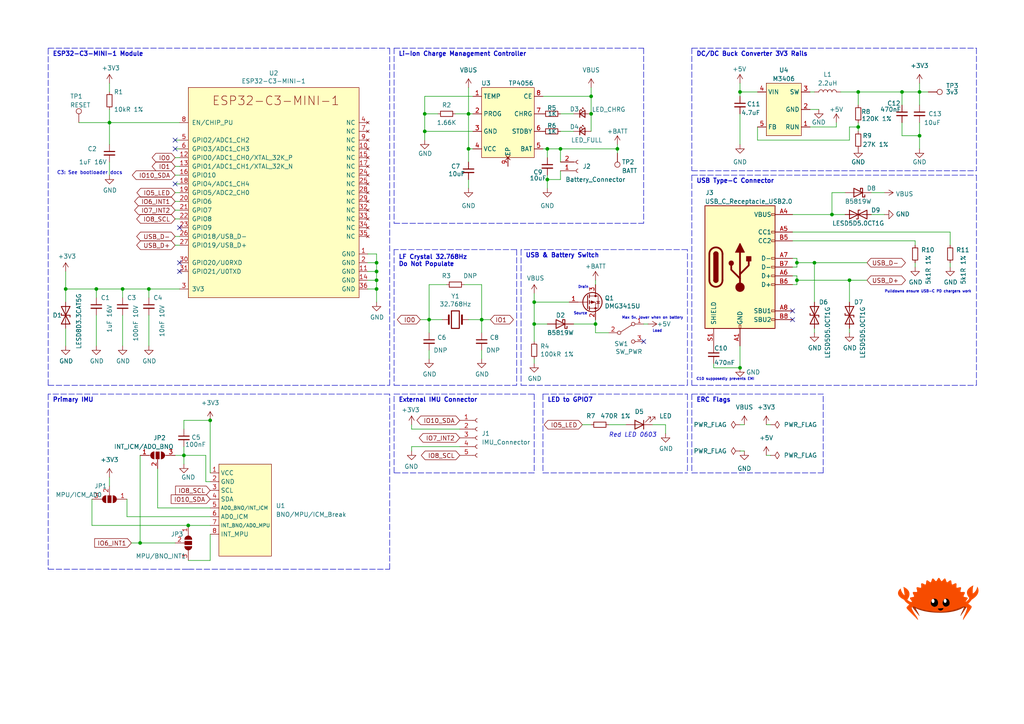
<source format=kicad_sch>
(kicad_sch (version 20211123) (generator eeschema)
  (paper "A4")
  (title_block (title "ferrous_slime") (date "2022-03-07") (company "github.com/thebutlah/slimevr_pcb") (comment 1 "Licensed under CERN-OHL-P v2 or later") (comment 2 "For use with SlimeVR and made with <3"))
  (lib_symbols
    (symbol "Connector:Conn_01x02_Female" (pin_names (offset 1.016) hide)
      (property "Reference" "J" (at 0 2.54 0))
      (property "Value" "Conn_01x02_Female" (at 0 -5.08 0))
      (symbol "Conn_01x02_Female_1_1"
        (pin passive line (at -5.08 0 0) (length 3.81) (name "Pin_1") (number "1"))
        (pin passive line (at -5.08 -2.54 0) (length 3.81) (name "Pin_2") (number "2"))
      )
    )
    (symbol "Connector:Conn_01x05_Female" (pin_names (offset 1.016) hide)
      (property "Reference" "J" (at 0 7.62 0))
      (property "Value" "Conn_01x05_Female" (at 0 -7.62 0))
      (symbol "Conn_01x05_Female_1_1"
        (pin passive line (at -5.08 5.08 0) (length 3.81) (name "Pin_1") (number "1"))
        (pin passive line (at -5.08 2.54 0) (length 3.81) (name "Pin_2") (number "2"))
        (pin passive line (at -5.08 0 0) (length 3.81) (name "Pin_3") (number "3"))
        (pin passive line (at -5.08 -2.54 0) (length 3.81) (name "Pin_4") (number "4"))
        (pin passive line (at -5.08 -5.08 0) (length 3.81) (name "Pin_5") (number "5"))
      )
    )
    (symbol "Connector:TestPoint" (pin_numbers hide) (pin_names (offset 0.762) hide)
      (property "Reference" "TP" (at 0 6.858 0))
      (property "Value" "TestPoint" (at 0 5.08 0))
      (symbol "TestPoint_1_1"
        (pin passive line (at 0 0 90) (length 2.54) (name "1") (number "1"))
      )
    )
    (symbol "Connector:USB_C_Receptacle_USB2.0" (pin_names (offset 1.016))
      (property "Reference" "J" (at -10.16 19.05 0))
      (property "Value" "USB_C_Receptacle_USB2.0" (at 19.05 19.05 0))
      (symbol "USB_C_Receptacle_USB2.0_1_1"
        (pin passive line (at 0 -22.86 90) (length 5.08) (name "GND") (number "A1"))
        (pin passive line (at 0 -22.86 90) (length 5.08) hide (name "GND") (number "A12"))
        (pin passive line (at 15.24 15.24 180) (length 5.08) (name "VBUS") (number "A4"))
        (pin bidirectional line (at 15.24 10.16 180) (length 5.08) (name "CC1") (number "A5"))
        (pin bidirectional line (at 15.24 -2.54 180) (length 5.08) (name "D+") (number "A6"))
        (pin bidirectional line (at 15.24 2.54 180) (length 5.08) (name "D-") (number "A7"))
        (pin bidirectional line (at 15.24 -12.7 180) (length 5.08) (name "SBU1") (number "A8"))
        (pin passive line (at 15.24 15.24 180) (length 5.08) hide (name "VBUS") (number "A9"))
        (pin passive line (at 0 -22.86 90) (length 5.08) hide (name "GND") (number "B1"))
        (pin passive line (at 0 -22.86 90) (length 5.08) hide (name "GND") (number "B12"))
        (pin passive line (at 15.24 15.24 180) (length 5.08) hide (name "VBUS") (number "B4"))
        (pin bidirectional line (at 15.24 7.62 180) (length 5.08) (name "CC2") (number "B5"))
        (pin bidirectional line (at 15.24 -5.08 180) (length 5.08) (name "D+") (number "B6"))
        (pin bidirectional line (at 15.24 0 180) (length 5.08) (name "D-") (number "B7"))
        (pin bidirectional line (at 15.24 -15.24 180) (length 5.08) (name "SBU2") (number "B8"))
        (pin passive line (at 15.24 15.24 180) (length 5.08) hide (name "VBUS") (number "B9"))
        (pin passive line (at -7.62 -22.86 90) (length 5.08) (name "SHIELD") (number "S1"))
      )
    )
    (symbol "Device:C_Small" (pin_numbers hide) (pin_names (offset 0.254) hide)
      (property "Reference" "C" (at 0.254 1.778 0))
      (property "Value" "C_Small" (at 0.254 -2.032 0))
      (symbol "C_Small_1_1"
        (pin passive line (at 0 2.54 270) (length 2.032) (name "~") (number "1"))
        (pin passive line (at 0 -2.54 90) (length 2.032) (name "~") (number "2"))
      )
    )
    (symbol "Device:Crystal" (pin_numbers hide) (pin_names (offset 1.016) hide)
      (property "Reference" "Y" (at 0 3.81 0))
      (property "Value" "Crystal" (at 0 -3.81 0))
      (symbol "Crystal_1_1"
        (pin passive line (at -3.81 0 0) (length 1.27) (name "1") (number "1"))
        (pin passive line (at 3.81 0 180) (length 1.27) (name "2") (number "2"))
      )
    )
    (symbol "Device:D_Schottky" (pin_numbers hide) (pin_names (offset 1.016) hide)
      (property "Reference" "D" (at 0 2.54 0))
      (property "Value" "D_Schottky" (at 0 -2.54 0))
      (symbol "D_Schottky_1_1"
        (pin passive line (at -3.81 0 0) (length 2.54) (name "K") (number "1"))
        (pin passive line (at 3.81 0 180) (length 2.54) (name "A") (number "2"))
      )
    )
    (symbol "Device:D_TVS" (pin_numbers hide) (pin_names (offset 1.016) hide)
      (property "Reference" "D" (at 0 2.54 0))
      (property "Value" "D_TVS" (at 0 -2.54 0))
      (symbol "D_TVS_1_1"
        (pin passive line (at -3.81 0 0) (length 2.54) (name "A1") (number "1"))
        (pin passive line (at 3.81 0 180) (length 2.54) (name "A2") (number "2"))
      )
    )
    (symbol "Device:L" (pin_numbers hide) (pin_names (offset 1.016) hide)
      (property "Reference" "L" (at -1.27 0 90))
      (property "Value" "L" (at 1.905 0 90))
      (symbol "L_1_1"
        (pin passive line (at 0 3.81 270) (length 1.27) (name "1") (number "1"))
        (pin passive line (at 0 -3.81 90) (length 1.27) (name "2") (number "2"))
      )
    )
    (symbol "Device:LED" (pin_numbers hide) (pin_names (offset 1.016) hide)
      (property "Reference" "D" (at 0 2.54 0))
      (property "Value" "LED" (at 0 -2.54 0))
      (symbol "LED_1_1"
        (pin passive line (at -3.81 0 0) (length 2.54) (name "K") (number "1"))
        (pin passive line (at 3.81 0 180) (length 2.54) (name "A") (number "2"))
      )
    )
    (symbol "Device:LED_Small" (pin_numbers hide) (pin_names (offset 0.254) hide)
      (property "Reference" "D" (at -1.27 3.175 0))
      (property "Value" "LED_Small" (at -4.445 -2.54 0))
      (symbol "LED_Small_1_1"
        (pin passive line (at -2.54 0 0) (length 1.778) (name "K") (number "1"))
        (pin passive line (at 2.54 0 180) (length 1.778) (name "A") (number "2"))
      )
    )
    (symbol "Device:R_Small" (pin_numbers hide) (pin_names (offset 0.254) hide)
      (property "Reference" "R" (at 0.762 0.508 0))
      (property "Value" "R_Small" (at 0.762 -1.016 0))
      (symbol "R_Small_1_1"
        (pin passive line (at 0 2.54 270) (length 0.762) (name "~") (number "1"))
        (pin passive line (at 0 -2.54 90) (length 0.762) (name "~") (number "2"))
      )
    )
    (symbol "Espressif:ESP32-C3-MINI-1" (pin_names (offset 1.016))
      (property "Reference" "U" (at 0 33.02 0))
      (property "Value" "ESP32-C3-MINI-1" (at 0 -30.48 0))
      (symbol "ESP32-C3-MINI-1_0_0"
        (text "ESP32-C3-MINI-1" (at 1.27 27.94 0) (effects (font (size 2.54 2.54))))
      )
      (symbol "ESP32-C3-MINI-1_1_1"
        (pin power_in line (at 27.94 -16.51 180) (length 2.54) (name "GND") (number "1"))
        (pin no_connect line (at 27.94 13.97 180) (length 2.54) (name "NC") (number "10"))
        (pin power_in line (at 27.94 -21.59 180) (length 2.54) (name "GND") (number "11"))
        (pin bidirectional line (at -26.67 11.43 0) (length 2.54) (name "GPIO0/ADC1_CH0/XTAL_32K_P") (number "12"))
        (pin bidirectional line (at -26.67 8.89 0) (length 2.54) (name "GPIO1/ADC1_CH1/XTAL_32K_N") (number "13"))
        (pin power_in line (at 27.94 -24.13 180) (length 2.54) (name "GND") (number "14"))
        (pin no_connect line (at 27.94 11.43 180) (length 2.54) (name "NC") (number "15"))
        (pin bidirectional line (at -26.67 6.35 0) (length 2.54) (name "GPIO10") (number "16"))
        (pin no_connect line (at 27.94 8.89 180) (length 2.54) (name "NC") (number "17"))
        (pin bidirectional line (at -26.67 3.81 0) (length 2.54) (name "GPIO4/ADC1_CH4") (number "18"))
        (pin bidirectional line (at -26.67 1.27 0) (length 2.54) (name "GPIO5/ADC2_CH0") (number "19"))
        (pin power_in line (at 27.94 -19.05 180) (length 2.54) (name "GND") (number "2"))
        (pin bidirectional line (at -26.67 -1.27 0) (length 2.54) (name "GPIO6") (number "20"))
        (pin bidirectional line (at -26.67 -3.81 0) (length 2.54) (name "GPIO7") (number "21"))
        (pin bidirectional line (at -26.67 -6.35 0) (length 2.54) (name "GPIO8") (number "22"))
        (pin bidirectional line (at -26.67 -8.89 0) (length 2.54) (name "GPIO9") (number "23"))
        (pin no_connect line (at 27.94 6.35 180) (length 2.54) (name "NC") (number "24"))
        (pin no_connect line (at 27.94 3.81 180) (length 2.54) (name "NC") (number "25"))
        (pin bidirectional line (at -26.67 -11.43 0) (length 2.54) (name "GPIO18/USB_D-") (number "26"))
        (pin bidirectional line (at -26.67 -13.97 0) (length 2.54) (name "GPIO19/USB_D+") (number "27"))
        (pin no_connect line (at 27.94 1.27 180) (length 2.54) (name "NC") (number "28"))
        (pin no_connect line (at 27.94 -1.27 180) (length 2.54) (name "NC") (number "29"))
        (pin power_in line (at -26.67 -26.67 0) (length 2.54) (name "3V3") (number "3"))
        (pin bidirectional line (at -26.67 -19.05 0) (length 2.54) (name "GPIO20/U0RXD") (number "30"))
        (pin bidirectional line (at -26.67 -21.59 0) (length 2.54) (name "GPIO21/U0TXD") (number "31"))
        (pin no_connect line (at 27.94 -3.81 180) (length 2.54) (name "NC") (number "32"))
        (pin no_connect line (at 27.94 -6.35 180) (length 2.54) (name "NC") (number "33"))
        (pin no_connect line (at 27.94 -8.89 180) (length 2.54) (name "NC") (number "34"))
        (pin no_connect line (at 27.94 -11.43 180) (length 2.54) (name "NC") (number "35"))
        (pin power_in line (at 27.94 -26.67 180) (length 2.54) (name "GND") (number "36"))
        (pin no_connect line (at 27.94 21.59 180) (length 2.54) (name "NC") (number "4"))
        (pin bidirectional line (at -26.67 16.51 0) (length 2.54) (name "GPIO2/ADC1_CH2") (number "5"))
        (pin bidirectional line (at -26.67 13.97 0) (length 2.54) (name "GPIO3/ADC1_CH3") (number "6"))
        (pin no_connect line (at 27.94 19.05 180) (length 2.54) (name "NC") (number "7"))
        (pin input line (at -26.67 21.59 0) (length 2.54) (name "EN/CHIP_PU") (number "8"))
        (pin no_connect line (at 27.94 16.51 180) (length 2.54) (name "NC") (number "9"))
      )
    )
    (symbol "Jumper:SolderJumper_3_Open" (pin_names (offset 0) hide)
      (property "Reference" "JP" (at -2.54 -2.54 0))
      (property "Value" "SolderJumper_3_Open" (at 0 2.794 0))
      (symbol "SolderJumper_3_Open_1_1"
        (pin passive line (at -5.08 0 0) (length 2.54) (name "A") (number "1"))
        (pin passive line (at 0 -3.81 90) (length 2.54) (name "C") (number "2"))
        (pin passive line (at 5.08 0 180) (length 2.54) (name "B") (number "3"))
      )
    )
    (symbol "Switch:SW_SPDT" (pin_names (offset 0) hide)
      (property "Reference" "SW" (at 0 4.318 0))
      (property "Value" "SW_SPDT" (at 0 -5.08 0))
      (symbol "SW_SPDT_1_1"
        (pin passive line (at 5.08 2.54 180) (length 2.54) (name "A") (number "1"))
        (pin passive line (at -5.08 0 0) (length 2.54) (name "B") (number "2"))
        (pin passive line (at 5.08 -2.54 180) (length 2.54) (name "C") (number "3"))
      )
    )
    (symbol "Transistor_FET:DMG2301L" (pin_names hide)
      (property "Reference" "Q" (at 5.08 1.905 0))
      (property "Value" "DMG2301L" (at 5.08 0 0))
      (symbol "DMG2301L_1_1"
        (pin input line (at -5.08 0 0) (length 2.54) (name "G") (number "1"))
        (pin passive line (at 2.54 -5.08 90) (length 2.54) (name "S") (number "2"))
        (pin passive line (at 2.54 5.08 270) (length 2.54) (name "D") (number "3"))
      )
    )
    (symbol "power:+3.3V" (power) (pin_names (offset 0))
      (property "Value" "+3.3V" (at 0 3.556 0))
      (symbol "+3.3V_1_1"
        (pin power_in line (at 0 0 90) (length 0) hide (name "+3V3") (number "1"))
      )
    )
    (symbol "power:+3V3" (power) (pin_names (offset 0))
      (property "Value" "+3V3" (at 0 3.556 0))
      (symbol "+3V3_1_1"
        (pin power_in line (at 0 0 90) (length 0) hide (name "+3V3") (number "1"))
      )
    )
    (symbol "power:+5V" (power) (pin_names (offset 0))
      (property "Value" "+5V" (at 0 3.556 0))
      (symbol "+5V_1_1"
        (pin power_in line (at 0 0 90) (length 0) hide (name "+5V") (number "1"))
      )
    )
    (symbol "power:+BATT" (power) (pin_names (offset 0))
      (property "Value" "+BATT" (at 0 3.556 0))
      (symbol "+BATT_1_1"
        (pin power_in line (at 0 0 90) (length 0) hide (name "+BATT") (number "1"))
      )
    )
    (symbol "power:GND" (power) (pin_names (offset 0))
      (property "Value" "GND" (at 0 -3.81 0))
      (symbol "GND_1_1"
        (pin power_in line (at 0 0 270) (length 0) hide (name "GND") (number "1"))
      )
    )
    (symbol "power:PWR_FLAG" (power) (pin_numbers hide) (pin_names (offset 0) hide)
      (property "Value" "PWR_FLAG" (at 0 3.81 0))
      (symbol "PWR_FLAG_0_0"
        (pin power_out line (at 0 0 90) (length 0) (name "pwr") (number "1"))
      )
    )
    (symbol "power:VBUS" (power) (pin_names (offset 0))
      (property "Value" "VBUS" (at 0 3.81 0))
      (symbol "VBUS_1_1"
        (pin power_in line (at 0 0 90) (length 0) hide (name "VBUS") (number "1"))
      )
    )
    (symbol "slimevr_pcb:BNO{slash}MPU{slash}ICM_Break"
      (property "Reference" "U" (at -12.7 8.89 0))
      (property "Value" "BNO{slash}MPU{slash}ICM_Break" (at 2.54 8.89 0))
      (symbol "BNO{slash}MPU{slash}ICM_Break_1_1"
        (pin power_in line (at -11.43 -10.16 90) (length 2.54) (name "VCC") (number "1"))
        (pin power_in line (at -8.89 -10.16 90) (length 2.54) (name "GND") (number "2"))
        (pin bidirectional line (at -6.35 -10.16 90) (length 2.54) (name "SCL") (number "3"))
        (pin bidirectional line (at -3.81 -10.16 90) (length 2.54) (name "SDA") (number "4"))
        (pin passive line (at -1.27 -10.16 90) (length 2.54) (name "AD0_BNO/INT_ICM") (number "5"))
        (pin passive line (at 1.27 -10.16 90) (length 2.54) (name "AD0_ICM") (number "6"))
        (pin output line (at 3.81 -10.16 90) (length 2.54) (name "INT_BNO/AD0_MPU") (number "7"))
        (pin output line (at 6.35 -10.16 90) (length 2.54) (name "INT_MPU") (number "8"))
      )
    )
    (symbol "slimevr_pcb:M3406"
      (property "Reference" "U1" (at 0 11.43 0))
      (property "Value" "M3406" (at 0 8.89 0))
      (symbol "M3406_0_0"
        (pin input line (at -7.62 5.08 0) (length 2.54) (name "RUN") (number "1"))
        (pin power_in line (at -7.62 0 0) (length 2.54) (name "GND") (number "2"))
        (pin power_out line (at -7.62 -5.08 0) (length 2.54) (name "SW") (number "3"))
        (pin power_in line (at 7.62 -5.08 180) (length 2.54) (name "VIN") (number "4"))
        (pin input line (at 7.62 5.08 180) (length 2.54) (name "FB") (number "5"))
      )
    )
    (symbol "slimevr_pcb:TP4056"
      (property "Reference" "U" (at -7.62 11.43 0))
      (property "Value" "TP4056" (at 3.81 11.43 0))
      (symbol "TP4056_0_0"
        (pin input line (at -10.16 7.62 0) (length 2.54) (name "TEMP") (number "1"))
        (pin passive line (at -10.16 2.54 0) (length 2.54) (name "PROG") (number "2"))
        (pin power_in line (at -10.16 -2.54 0) (length 2.54) (name "GND") (number "3"))
        (pin power_in line (at -10.16 -7.62 0) (length 2.54) (name "VCC") (number "4"))
        (pin power_out line (at 10.16 -7.62 180) (length 2.54) (name "BAT") (number "5"))
        (pin open_collector line (at 10.16 -2.54 180) (length 2.54) (name "STDBY") (number "6"))
        (pin open_collector line (at 10.16 2.54 180) (length 2.54) (name "CHRG") (number "7"))
        (pin input line (at 10.16 7.62 180) (length 2.54) (name "CE") (number "8"))
      )
      (symbol "TP4056_1_1"
        (pin free non_logic (at 0 -12.7 90) (length 2.54) (name "EP") (number "9"))
      )
    )
  )
  (junction (at 109.22 76.2))
  (junction (at 231.14 76.2))
  (junction (at 43.18 83.82))
  (junction (at 53.34 132.08))
  (junction (at 171.45 33.02))
  (junction (at 27.94 83.82))
  (junction (at 135.89 43.18))
  (junction (at 248.92 26.67))
  (junction (at 60.96 121.92))
  (junction (at 231.14 81.28))
  (junction (at 123.19 38.1))
  (junction (at 214.63 106.68))
  (junction (at 246.38 81.28))
  (junction (at 171.45 27.94))
  (junction (at 158.75 43.18))
  (junction (at 135.89 33.02))
  (junction (at 172.72 93.98))
  (junction (at 154.94 87.63))
  (junction (at 19.05 83.82))
  (junction (at 40.64 157.48))
  (junction (at 266.7 26.67))
  (junction (at 261.62 26.67))
  (junction (at 109.22 78.74))
  (junction (at 158.75 52.07))
  (junction (at 248.92 36.83))
  (junction (at 236.22 76.2))
  (junction (at 162.56 43.18))
  (junction (at 35.56 83.82))
  (junction (at 241.3 62.23))
  (junction (at 123.19 33.02))
  (junction (at 109.22 81.28))
  (junction (at 31.75 35.56))
  (junction (at 109.22 83.82))
  (junction (at 154.94 93.98))
  (junction (at 266.7 39.37))
  (junction (at 54.61 152.4))
  (junction (at 124.46 92.71))
  (junction (at 214.63 26.67))
  (junction (at 139.7 92.71))
  (junction (at 179.07 43.18))
  (no_connect (at 50.8 53.34))
  (no_connect (at 50.8 43.18))
  (no_connect (at 50.8 40.64))
  (no_connect (at 229.87 90.17))
  (no_connect (at 186.69 99.06))
  (no_connect (at 52.07 66.04))
  (no_connect (at 229.87 92.71))
  (no_connect (at 52.07 76.2))
  (no_connect (at 52.07 78.74))
  (wire (pts (xy 158.75 52.07) (xy 162.56 52.07)))
  (wire (pts (xy 50.8 45.72) (xy 52.07 45.72)))
  (wire (pts (xy 179.07 44.45) (xy 179.07 43.18)))
  (polyline (pts (xy 13.97 13.97) (xy 113.03 13.97)))
  (wire (pts (xy 266.7 26.67) (xy 266.7 30.48)))
  (wire (pts (xy 246.38 40.64) (xy 219.71 40.64)))
  (wire (pts (xy 275.59 71.12) (xy 275.59 67.31)))
  (wire (pts (xy 43.18 91.44) (xy 43.18 100.33)))
  (wire (pts (xy 248.92 26.67) (xy 261.62 26.67)))
  (polyline (pts (xy 151.13 111.76) (xy 199.39 111.76)))
  (polyline (pts (xy 113.03 165.1) (xy 113.03 114.3)))
  (wire (pts (xy 53.34 132.08) (xy 53.34 134.62)))
  (wire (pts (xy 236.22 96.52) (xy 236.22 95.25)))
  (polyline (pts (xy 13.97 111.76) (xy 113.03 111.76)))
  (wire (pts (xy 109.22 83.82) (xy 109.22 87.63)))
  (wire (pts (xy 266.7 26.67) (xy 269.24 26.67)))
  (wire (pts (xy 162.56 43.18) (xy 179.07 43.18)))
  (wire (pts (xy 171.45 33.02) (xy 171.45 38.1)))
  (wire (pts (xy 154.94 87.63) (xy 154.94 93.98)))
  (wire (pts (xy 124.46 92.71) (xy 124.46 96.52)))
  (wire (pts (xy 124.46 92.71) (xy 121.92 92.71)))
  (wire (pts (xy 109.22 76.2) (xy 109.22 78.74)))
  (wire (pts (xy 261.62 35.56) (xy 261.62 39.37)))
  (wire (pts (xy 31.75 46.99) (xy 31.75 50.8)))
  (wire (pts (xy 106.68 78.74) (xy 109.22 78.74)))
  (wire (pts (xy 124.46 101.6) (xy 124.46 104.14)))
  (wire (pts (xy 106.68 83.82) (xy 109.22 83.82)))
  (wire (pts (xy 186.69 93.98) (xy 187.96 93.98)))
  (wire (pts (xy 50.8 53.34) (xy 52.07 53.34)))
  (wire (pts (xy 135.89 25.4) (xy 135.89 33.02)))
  (polyline (pts (xy 200.66 50.8) (xy 283.21 50.8)))
  (wire (pts (xy 189.23 123.19) (xy 193.04 123.19)))
  (polyline (pts (xy 283.21 50.8) (xy 283.21 111.76)))
  (polyline (pts (xy 114.3 114.3) (xy 154.94 114.3)))
  (wire (pts (xy 154.94 93.98) (xy 154.94 99.06)))
  (wire (pts (xy 53.34 121.92) (xy 60.96 121.92)))
  (wire (pts (xy 162.56 43.18) (xy 162.56 46.99)))
  (wire (pts (xy 248.92 35.56) (xy 248.92 36.83)))
  (polyline (pts (xy 200.66 49.53) (xy 283.21 49.53)))
  (wire (pts (xy 128.27 92.71) (xy 124.46 92.71)))
  (wire (pts (xy 157.48 27.94) (xy 171.45 27.94)))
  (wire (pts (xy 26.67 144.78) (xy 26.67 152.4)))
  (wire (pts (xy 261.62 26.67) (xy 261.62 30.48)))
  (wire (pts (xy 231.14 76.2) (xy 236.22 76.2)))
  (wire (pts (xy 266.7 35.56) (xy 266.7 39.37)))
  (wire (pts (xy 158.75 43.18) (xy 162.56 43.18)))
  (wire (pts (xy 214.63 26.67) (xy 214.63 27.94)))
  (wire (pts (xy 54.61 152.4) (xy 60.96 152.4)))
  (wire (pts (xy 19.05 83.82) (xy 19.05 87.63)))
  (wire (pts (xy 214.63 130.81) (xy 215.9 130.81)))
  (wire (pts (xy 123.19 33.02) (xy 127 33.02)))
  (wire (pts (xy 50.8 71.12) (xy 52.07 71.12)))
  (wire (pts (xy 60.96 139.7) (xy 59.69 139.7)))
  (wire (pts (xy 35.56 83.82) (xy 35.56 86.36)))
  (wire (pts (xy 241.3 55.88) (xy 245.11 55.88)))
  (wire (pts (xy 229.87 62.23) (xy 241.3 62.23)))
  (wire (pts (xy 245.11 62.23) (xy 241.3 62.23)))
  (wire (pts (xy 248.92 36.83) (xy 246.38 36.83)))
  (wire (pts (xy 109.22 73.66) (xy 109.22 76.2)))
  (wire (pts (xy 243.84 26.67) (xy 248.92 26.67)))
  (wire (pts (xy 236.22 87.63) (xy 236.22 76.2)))
  (wire (pts (xy 124.46 82.55) (xy 124.46 92.71)))
  (wire (pts (xy 53.34 124.46) (xy 53.34 121.92)))
  (wire (pts (xy 50.8 48.26) (xy 52.07 48.26)))
  (wire (pts (xy 36.83 144.78) (xy 36.83 149.86)))
  (wire (pts (xy 265.43 76.2) (xy 265.43 77.47)))
  (wire (pts (xy 261.62 39.37) (xy 266.7 39.37)))
  (wire (pts (xy 27.94 83.82) (xy 19.05 83.82)))
  (wire (pts (xy 231.14 82.55) (xy 229.87 82.55)))
  (wire (pts (xy 119.38 129.54) (xy 119.38 130.81)))
  (wire (pts (xy 231.14 74.93) (xy 231.14 76.2)))
  (wire (pts (xy 172.72 82.55) (xy 172.72 81.28)))
  (wire (pts (xy 60.96 162.56) (xy 54.61 162.56)))
  (wire (pts (xy 50.8 43.18) (xy 52.07 43.18)))
  (wire (pts (xy 135.89 43.18) (xy 135.89 46.99)))
  (polyline (pts (xy 13.97 165.1) (xy 55.88 165.1)))
  (wire (pts (xy 234.95 31.75) (xy 237.49 31.75)))
  (wire (pts (xy 129.54 82.55) (xy 124.46 82.55)))
  (polyline (pts (xy 200.66 13.97) (xy 283.21 13.97)))
  (wire (pts (xy 214.63 24.13) (xy 214.63 26.67)))
  (polyline (pts (xy 54.61 165.1) (xy 113.03 165.1)))
  (wire (pts (xy 162.56 49.53) (xy 162.56 52.07)))
  (wire (pts (xy 50.8 132.08) (xy 53.34 132.08)))
  (wire (pts (xy 214.63 100.33) (xy 214.63 106.68)))
  (wire (pts (xy 236.22 76.2) (xy 251.46 76.2)))
  (wire (pts (xy 133.35 129.54) (xy 119.38 129.54)))
  (wire (pts (xy 242.57 36.83) (xy 234.95 36.83)))
  (polyline (pts (xy 13.97 111.76) (xy 13.97 13.97)))
  (wire (pts (xy 132.08 33.02) (xy 135.89 33.02)))
  (polyline (pts (xy 114.3 137.16) (xy 114.3 114.3)))
  (wire (pts (xy 158.75 45.72) (xy 158.75 43.18)))
  (polyline (pts (xy 199.39 111.76) (xy 199.39 72.39)))
  (wire (pts (xy 43.18 86.36) (xy 43.18 83.82)))
  (wire (pts (xy 229.87 69.85) (xy 265.43 69.85)))
  (wire (pts (xy 119.38 123.19) (xy 119.38 124.46)))
  (polyline (pts (xy 200.66 137.16) (xy 238.76 137.16)))
  (wire (pts (xy 109.22 78.74) (xy 109.22 81.28)))
  (wire (pts (xy 219.71 36.83) (xy 219.71 40.64)))
  (wire (pts (xy 241.3 62.23) (xy 241.3 55.88)))
  (wire (pts (xy 222.25 132.08) (xy 223.52 132.08)))
  (wire (pts (xy 158.75 54.61) (xy 158.75 52.07)))
  (wire (pts (xy 214.63 26.67) (xy 219.71 26.67)))
  (wire (pts (xy 137.16 27.94) (xy 123.19 27.94)))
  (polyline (pts (xy 113.03 114.3) (xy 13.97 114.3)))
  (wire (pts (xy 60.96 154.94) (xy 60.96 162.56)))
  (wire (pts (xy 229.87 74.93) (xy 231.14 74.93)))
  (wire (pts (xy 43.18 83.82) (xy 35.56 83.82)))
  (wire (pts (xy 22.86 35.56) (xy 31.75 35.56)))
  (wire (pts (xy 246.38 81.28) (xy 251.46 81.28)))
  (wire (pts (xy 135.89 33.02) (xy 137.16 33.02)))
  (polyline (pts (xy 200.66 13.97) (xy 200.66 49.53)))
  (wire (pts (xy 214.63 123.19) (xy 215.9 123.19)))
  (wire (pts (xy 123.19 33.02) (xy 123.19 38.1)))
  (wire (pts (xy 135.89 54.61) (xy 135.89 52.07)))
  (wire (pts (xy 26.67 152.4) (xy 54.61 152.4)))
  (polyline (pts (xy 114.3 13.97) (xy 114.3 64.77)))
  (polyline (pts (xy 114.3 13.97) (xy 186.69 13.97)))
  (polyline (pts (xy 157.48 114.3) (xy 157.48 137.16)))
  (wire (pts (xy 50.8 63.5) (xy 52.07 63.5)))
  (wire (pts (xy 172.72 92.71) (xy 172.72 93.98)))
  (wire (pts (xy 275.59 76.2) (xy 275.59 77.47)))
  (wire (pts (xy 246.38 36.83) (xy 246.38 40.64)))
  (wire (pts (xy 123.19 38.1) (xy 137.16 38.1)))
  (wire (pts (xy 154.94 85.09) (xy 154.94 87.63)))
  (wire (pts (xy 266.7 24.13) (xy 266.7 26.67)))
  (wire (pts (xy 31.75 35.56) (xy 52.07 35.56)))
  (wire (pts (xy 265.43 69.85) (xy 265.43 71.12)))
  (wire (pts (xy 53.34 132.08) (xy 53.34 129.54)))
  (polyline (pts (xy 200.66 114.3) (xy 238.76 114.3)))
  (wire (pts (xy 166.37 33.02) (xy 162.56 33.02)))
  (wire (pts (xy 229.87 80.01) (xy 231.14 80.01)))
  (wire (pts (xy 242.57 35.56) (xy 242.57 36.83)))
  (wire (pts (xy 176.53 123.19) (xy 181.61 123.19)))
  (wire (pts (xy 135.89 33.02) (xy 135.89 43.18)))
  (wire (pts (xy 231.14 81.28) (xy 246.38 81.28)))
  (wire (pts (xy 193.04 123.19) (xy 193.04 125.73)))
  (wire (pts (xy 168.91 123.19) (xy 171.45 123.19)))
  (polyline (pts (xy 199.39 72.39) (xy 151.13 72.39)))
  (polyline (pts (xy 283.21 13.97) (xy 283.21 49.53)))
  (wire (pts (xy 45.72 147.32) (xy 45.72 135.89)))
  (wire (pts (xy 171.45 27.94) (xy 171.45 33.02)))
  (wire (pts (xy 158.75 52.07) (xy 158.75 50.8)))
  (wire (pts (xy 139.7 92.71) (xy 139.7 96.52)))
  (wire (pts (xy 214.63 33.02) (xy 214.63 41.91)))
  (wire (pts (xy 157.48 43.18) (xy 158.75 43.18)))
  (wire (pts (xy 31.75 24.13) (xy 31.75 26.67)))
  (wire (pts (xy 222.25 123.19) (xy 223.52 123.19)))
  (wire (pts (xy 158.75 93.98) (xy 154.94 93.98)))
  (wire (pts (xy 275.59 67.31) (xy 229.87 67.31)))
  (wire (pts (xy 252.73 55.88) (xy 256.54 55.88)))
  (wire (pts (xy 207.01 106.68) (xy 207.01 105.41)))
  (polyline (pts (xy 113.03 111.76) (xy 113.03 13.97)))
  (polyline (pts (xy 200.66 50.8) (xy 200.66 111.76)))
  (wire (pts (xy 176.53 96.52) (xy 172.72 96.52)))
  (wire (pts (xy 135.89 43.18) (xy 137.16 43.18)))
  (wire (pts (xy 38.1 157.48) (xy 40.64 157.48)))
  (wire (pts (xy 106.68 81.28) (xy 109.22 81.28)))
  (polyline (pts (xy 186.69 13.97) (xy 186.69 64.77)))
  (polyline (pts (xy 149.86 72.39) (xy 149.86 111.76)))
  (wire (pts (xy 231.14 76.2) (xy 231.14 77.47)))
  (wire (pts (xy 134.62 82.55) (xy 139.7 82.55)))
  (wire (pts (xy 50.8 50.8) (xy 52.07 50.8)))
  (wire (pts (xy 60.96 149.86) (xy 36.83 149.86)))
  (wire (pts (xy 171.45 25.4) (xy 171.45 27.94)))
  (wire (pts (xy 60.96 147.32) (xy 45.72 147.32)))
  (wire (pts (xy 266.7 43.18) (xy 266.7 39.37)))
  (wire (pts (xy 261.62 26.67) (xy 266.7 26.67)))
  (wire (pts (xy 31.75 35.56) (xy 31.75 41.91)))
  (wire (pts (xy 53.34 132.08) (xy 59.69 132.08)))
  (polyline (pts (xy 149.86 72.39) (xy 114.3 72.39)))
  (wire (pts (xy 135.89 92.71) (xy 139.7 92.71)))
  (wire (pts (xy 231.14 80.01) (xy 231.14 81.28)))
  (wire (pts (xy 166.37 38.1) (xy 162.56 38.1)))
  (wire (pts (xy 236.22 26.67) (xy 234.95 26.67)))
  (wire (pts (xy 252.73 62.23) (xy 256.54 62.23)))
  (polyline (pts (xy 157.48 114.3) (xy 199.39 114.3)))
  (polyline (pts (xy 13.97 114.3) (xy 13.97 165.1)))
  (polyline (pts (xy 154.94 137.16) (xy 114.3 137.16)))
  (wire (pts (xy 50.8 40.64) (xy 52.07 40.64)))
  (polyline (pts (xy 154.94 114.3) (xy 154.94 137.16)))
  (polyline (pts (xy 238.76 137.16) (xy 238.76 114.3)))
  (wire (pts (xy 172.72 96.52) (xy 172.72 93.98)))
  (wire (pts (xy 119.38 124.46) (xy 133.35 124.46)))
  (polyline (pts (xy 114.3 111.76) (xy 149.86 111.76)))
  (wire (pts (xy 248.92 26.67) (xy 248.92 30.48)))
  (wire (pts (xy 106.68 76.2) (xy 109.22 76.2)))
  (wire (pts (xy 246.38 87.63) (xy 246.38 81.28)))
  (wire (pts (xy 123.19 27.94) (xy 123.19 33.02)))
  (wire (pts (xy 154.94 105.41) (xy 154.94 104.14)))
  (wire (pts (xy 40.64 157.48) (xy 50.8 157.48)))
  (wire (pts (xy 123.19 40.64) (xy 123.19 38.1)))
  (wire (pts (xy 60.96 121.92) (xy 60.96 137.16)))
  (wire (pts (xy 231.14 77.47) (xy 229.87 77.47)))
  (wire (pts (xy 166.37 93.98) (xy 172.72 93.98)))
  (wire (pts (xy 246.38 96.52) (xy 246.38 95.25)))
  (wire (pts (xy 207.01 106.68) (xy 214.63 106.68)))
  (wire (pts (xy 50.8 68.58) (xy 52.07 68.58)))
  (wire (pts (xy 179.07 41.91) (xy 179.07 43.18)))
  (polyline (pts (xy 200.66 114.3) (xy 200.66 137.16)))
  (wire (pts (xy 43.18 83.82) (xy 52.07 83.82)))
  (wire (pts (xy 59.69 139.7) (xy 59.69 132.08)))
  (wire (pts (xy 50.8 60.96) (xy 52.07 60.96)))
  (polyline (pts (xy 151.13 72.39) (xy 151.13 111.76)))
  (wire (pts (xy 40.64 132.08) (xy 40.64 157.48)))
  (wire (pts (xy 165.1 87.63) (xy 154.94 87.63)))
  (polyline (pts (xy 114.3 72.39) (xy 114.3 111.76)))
  (wire (pts (xy 27.94 83.82) (xy 35.56 83.82)))
  (wire (pts (xy 139.7 82.55) (xy 139.7 92.71)))
  (wire (pts (xy 19.05 95.25) (xy 19.05 100.33)))
  (wire (pts (xy 139.7 101.6) (xy 139.7 104.14)))
  (wire (pts (xy 19.05 78.74) (xy 19.05 83.82)))
  (wire (pts (xy 109.22 81.28) (xy 109.22 83.82)))
  (wire (pts (xy 139.7 92.71) (xy 142.24 92.71)))
  (wire (pts (xy 31.75 35.56) (xy 31.75 31.75)))
  (wire (pts (xy 27.94 100.33) (xy 27.94 91.44)))
  (wire (pts (xy 27.94 86.36) (xy 27.94 83.82)))
  (wire (pts (xy 31.75 138.43) (xy 31.75 140.97)))
  (wire (pts (xy 231.14 81.28) (xy 231.14 82.55)))
  (wire (pts (xy 50.8 55.88) (xy 52.07 55.88)))
  (wire (pts (xy 106.68 73.66) (xy 109.22 73.66)))
  (wire (pts (xy 50.8 58.42) (xy 52.07 58.42)))
  (polyline (pts (xy 200.66 111.76) (xy 283.21 111.76)))
  (polyline (pts (xy 114.3 64.77) (xy 186.69 64.77)))
  (wire (pts (xy 248.92 36.83) (xy 248.92 38.1)))
  (wire (pts (xy 35.56 91.44) (xy 35.56 100.33)))
  (polyline (pts (xy 157.48 137.16) (xy 199.39 137.16)))
  (polyline (pts (xy 199.39 114.3) (xy 199.39 137.16)))
  (image (at 272.1595 173.7895) (scale 0.235399))
  (text "USB Type-C Connector" (at 201.93 53.34 0) (effects (font (size 1.27 1.27) (thickness 0.254) bold) (justify left bottom)))
  (text "Max 5v, lower when on battery" (at 180.34 92.71 0) (effects (font (size 0.75 0.75)) (justify left bottom)))
  (text "Drain" (at 167.64 83.82 0) (effects (font (size 0.75 0.75)) (justify left bottom)))
  (text "ERC Flags\n" (at 201.93 116.84 0) (effects (font (size 1.27 1.27) (thickness 0.254) bold) (justify left bottom)))
  (text "LF Crystal 32.768Hz \nDo Not Populate" (at 115.57 77.47 0) (effects (font (size 1.27 1.27) (thickness 0.254) bold) (justify left bottom)))
  (text "External IMU Connector" (at 115.57 116.84 0) (effects (font (size 1.27 1.27) (thickness 0.254) bold) (justify left bottom)))
  (text "Source" (at 166.37 91.44 0) (effects (font (size 0.75 0.75)) (justify left bottom)))
  (text "DC/DC Buck Converter 3V3 Rails" (at 201.93 16.51 0) (effects (font (size 1.27 1.27) (thickness 0.254) bold) (justify left bottom)))
  (text "Red LED 0603" (at 176.53 127 0) (effects (font (size 1.27 1.27) italic) (justify left bottom)))
  (text "USB & Battery Switch" (at 152.4 74.93 0) (effects (font (size 1.27 1.27) (thickness 0.254) bold) (justify left bottom)))
  (text "C10 supposedly prevents EMI" (at 201.93 110.49 0) (effects (font (size 0.75 0.75)) (justify left bottom)))
  (text "LED to GPIO7" (at 158.75 116.84 0) (effects (font (size 1.27 1.27) (thickness 0.254) bold) (justify left bottom)))
  (text "Load" (at 189.23 96.52 0) (effects (font (size 0.75 0.75)) (justify left bottom)))
  (text "Primary IMU" (at 15.24 116.84 0) (effects (font (size 1.27 1.27) (thickness 0.254) bold) (justify left bottom)))
  (text "ESP32-C3-MINI-1 Module" (at 15.24 16.51 0) (effects (font (size 1.27 1.27) (thickness 0.254) bold) (justify left bottom)))
  (text "Li-Ion Charge Management Controller" (at 115.57 16.51 0) (effects (font (size 1.27 1.27) (thickness 0.254) bold) (justify left bottom)))
  (text "Pulldowns ensure USB-C PD chargers work" (at 256.54 85.09 0) (effects (font (size 0.75 0.75)) (justify left bottom)))
  (text "C3: See bootloader docs" (at 35.56 50.8 180) (effects (font (size 1 1)) (justify right bottom)))
  (global_label "IO7_INT2" (shape bidirectional) (at 133.35 127 180) (property "Intersheet References" "${INTERSHEET_REFS}" (effects hide)))
  (global_label "IO8_SCL" (shape bidirectional) (at 50.8 63.5 180) (property "Intersheet References" "${INTERSHEET_REFS}" (effects hide)))
  (global_label "USB_D-" (shape bidirectional) (at 50.8 68.58 180) (property "Intersheet References" "${INTERSHEET_REFS}" (effects hide)))
  (global_label "USB_D-" (shape bidirectional) (at 251.46 76.2 0) (property "Intersheet References" "${INTERSHEET_REFS}" (effects hide)))
  (global_label "IO5_LED" (shape bidirectional) (at 50.8 55.88 180) (property "Intersheet References" "${INTERSHEET_REFS}" (effects hide)))
  (global_label "IO10_SDA" (shape bidirectional) (at 133.35 121.92 180) (property "Intersheet References" "${INTERSHEET_REFS}" (effects hide)))
  (global_label "IO10_SDA" (shape input) (at 60.96 144.78 180) (property "Intersheet References" "${INTERSHEET_REFS}" (effects hide)))
  (global_label "IO0" (shape bidirectional) (at 121.92 92.71 180) (property "Intersheet References" "${INTERSHEET_REFS}" (effects hide)))
  (global_label "IO8_SCL" (shape input) (at 60.96 142.24 180) (property "Intersheet References" "${INTERSHEET_REFS}" (effects hide)))
  (global_label "IO7_INT2" (shape bidirectional) (at 50.8 60.96 180) (property "Intersheet References" "${INTERSHEET_REFS}" (effects hide)))
  (global_label "IO6_INT1" (shape bidirectional) (at 50.8 58.42 180) (property "Intersheet References" "${INTERSHEET_REFS}" (effects hide)))
  (global_label "USB_D+" (shape bidirectional) (at 251.46 81.28 0) (property "Intersheet References" "${INTERSHEET_REFS}" (effects hide)))
  (global_label "USB_D+" (shape bidirectional) (at 50.8 71.12 180) (property "Intersheet References" "${INTERSHEET_REFS}" (effects hide)))
  (global_label "IO1" (shape bidirectional) (at 142.24 92.71 0) (property "Intersheet References" "${INTERSHEET_REFS}" (effects hide)))
  (global_label "IO0" (shape bidirectional) (at 50.8 45.72 180) (property "Intersheet References" "${INTERSHEET_REFS}" (effects hide)))
  (global_label "IO10_SDA" (shape bidirectional) (at 50.8 50.8 180) (property "Intersheet References" "${INTERSHEET_REFS}" (effects hide)))
  (global_label "IO6_INT1" (shape input) (at 38.1 157.48 180) (property "Intersheet References" "${INTERSHEET_REFS}" (effects hide)))
  (global_label "IO8_SCL" (shape bidirectional) (at 133.35 132.08 180) (property "Intersheet References" "${INTERSHEET_REFS}" (effects hide)))
  (global_label "IO1" (shape bidirectional) (at 50.8 48.26 180) (property "Intersheet References" "${INTERSHEET_REFS}" (effects hide)))
  (global_label "IO5_LED" (shape bidirectional) (at 168.91 123.19 180) (property "Intersheet References" "${INTERSHEET_REFS}" (effects hide)))
  (symbol (lib_id "Connector:USB_C_Receptacle_USB2.0") (at 214.63 77.47 0) (unit 1)
    (property "Reference" "J3" (at 207.01 55.88 0) (effects (justify right)))
    (property "Value" "USB_C_Receptacle_USB2.0" (at 229.87 58.42 0) (effects (justify right)))
    (property "Footprint" "Connector_USB:USB_C_Receptacle_XKB_U262-16XN-4BVC11" (effects hide))
    (property "Datasheet" "https://www.usb.org/sites/default/files/documents/usb_type-c.zip" (effects hide))
    (property "PARTREV" "A3" (effects hide))
    (property "STANDARD" "Manufacturer Recommendations" (effects hide))
    (property "MAXIMUM_PACKAGE_HEIGHT" "3.31 mm" (effects hide))
    (property "MANUFACTURER" "GCT" (effects hide))
  )
  (symbol (lib_id "Espressif:ESP32-C3-MINI-1") (at 78.74 57.15 0) (unit 1)
    (property "Reference" "U2" (at 79.375 21.209 0))
    (property "Value" "ESP32-C3-MINI-1" (at 79.375 23.5204 0))
    (property "Footprint" "Espressif:ESP32-C3-MINI-1" (effects hide))
    (property "Datasheet" "https://www.espressif.com/sites/default/files/documentation/esp32-c3-mini-1_datasheet_en.pdf" (effects hide))
  )
  (symbol (lib_id "power:VBUS") (at 256.54 55.88 270) (unit 1)
    (property "Reference" "#PWR039" (effects hide))
    (property "Value" "VBUS" (at 259.7912 56.261 90) (effects (justify left)))
  )
  (symbol (lib_id "power:GND") (at 214.63 106.68 0) (unit 1)
    (property "Reference" "#PWR029" (effects hide))
    (property "Value" "GND" (at 218.44 107.95 0))
  )
  (symbol (lib_id "Device:R_Small") (at 265.43 73.66 0) (unit 1)
    (property "Reference" "R10" (at 267.1572 72.4916 0) (effects (justify left)))
    (property "Value" "5k1R 1%" (at 269.24 82.55 90) (effects (justify left)))
    (property "Footprint" "Resistor_SMD:R_0603_1608Metric" (effects hide))
  )
  (symbol (lib_id "Device:R_Small") (at 275.59 73.66 0) (unit 1)
    (property "Reference" "R11" (at 277.3172 72.4916 0) (effects (justify left)))
    (property "Value" "5k1R 1%" (at 279.4 82.55 90) (effects (justify left)))
    (property "Footprint" "Resistor_SMD:R_0603_1608Metric" (effects hide))
  )
  (symbol (lib_id "power:GND") (at 236.22 96.52 0) (unit 1)
    (property "Reference" "#PWR034" (effects hide))
    (property "Value" "GND" (at 236.347 100.9142 0))
  )
  (symbol (lib_id "power:GND") (at 275.59 77.47 0) (unit 1)
    (property "Reference" "#PWR044" (effects hide))
    (property "Value" "GND" (at 275.717 81.8642 0))
  )
  (symbol (lib_id "Device:C_Small") (at 43.18 88.9 0) (unit 1)
    (property "Reference" "C4" (at 44.45 86.36 0) (effects (justify left)))
    (property "Value" "10nF 10V" (at 46.99 97.79 90) (effects (justify left)))
    (property "Footprint" "Capacitor_SMD:C_0603_1608Metric" (effects hide))
  )
  (symbol (lib_id "Device:C_Small") (at 35.56 88.9 0) (unit 1)
    (property "Reference" "C3" (at 36.83 86.36 0) (effects (justify left)))
    (property "Value" "100nF 10V" (at 39.37 99.06 90) (effects (justify left)))
    (property "Footprint" "Capacitor_SMD:C_0603_1608Metric" (effects hide))
  )
  (symbol (lib_id "power:GND") (at 35.56 100.33 0) (unit 1)
    (property "Reference" "#PWR07" (effects hide))
    (property "Value" "GND" (at 35.687 104.7242 0))
  )
  (symbol (lib_id "power:GND") (at 43.18 100.33 0) (unit 1)
    (property "Reference" "#PWR08" (effects hide))
    (property "Value" "GND" (at 43.307 104.7242 0))
  )
  (symbol (lib_id "power:+3V3") (at 19.05 78.74 0) (unit 1)
    (property "Reference" "#PWR01" (effects hide))
    (property "Value" "+3V3" (at 19.431 74.3458 0))
  )
  (symbol (lib_id "power:GND") (at 109.22 87.63 0) (unit 1)
    (property "Reference" "#PWR011" (effects hide))
    (property "Value" "GND" (at 109.347 92.0242 0))
  )
  (symbol (lib_id "Device:R_Small") (at 31.75 29.21 0) (unit 1)
    (property "Reference" "R1" (at 33.02 26.67 0) (effects (justify left)))
    (property "Value" "10kR 1%" (at 33.02 31.75 0) (effects (justify left)))
    (property "Footprint" "Resistor_SMD:R_0603_1608Metric" (effects hide))
  )
  (symbol (lib_id "power:+3V3") (at 31.75 24.13 0) (unit 1)
    (property "Reference" "#PWR04" (effects hide))
    (property "Value" "+3V3" (at 32.131 19.7358 0))
  )
  (symbol (lib_id "Device:C_Small") (at 31.75 44.45 0) (unit 1)
    (property "Reference" "C2" (at 25.4 43.18 0) (effects (justify left)))
    (property "Value" "1uF 16V" (at 22.86 46.99 0) (effects (justify left)))
    (property "Footprint" "Capacitor_SMD:C_0603_1608Metric" (effects hide))
  )
  (symbol (lib_id "power:GND") (at 31.75 50.8 0) (unit 1)
    (property "Reference" "#PWR05" (effects hide))
    (property "Value" "GND" (at 31.877 55.1942 0))
  )
  (symbol (lib_id "Device:LED") (at 185.42 123.19 180) (unit 1)
    (property "Reference" "D5" (at 185.42 119.38 0))
    (property "Value" "LED" (at 193.04 120.65 0))
    (property "Footprint" "LED_SMD:LED_0603_1608Metric" (effects hide))
  )
  (symbol (lib_id "Device:R_Small") (at 173.99 123.19 90) (unit 1)
    (property "Reference" "R7" (at 172.72 120.65 90) (effects (justify left)))
    (property "Value" "470R 1%" (at 182.88 120.65 90) (effects (justify left)))
    (property "Footprint" "Resistor_SMD:R_0603_1608Metric" (effects hide))
  )
  (symbol (lib_id "power:GND") (at 193.04 125.73 0) (unit 1)
    (property "Reference" "#PWR026" (effects hide))
    (property "Value" "GND" (at 193.167 130.1242 0))
  )
  (symbol (lib_id "Device:C_Small") (at 27.94 88.9 0) (unit 1)
    (property "Reference" "C1" (at 29.21 86.36 0) (effects (justify left)))
    (property "Value" "1uF 16V" (at 31.75 96.52 90) (effects (justify left)))
    (property "Footprint" "Capacitor_SMD:C_0603_1608Metric" (effects hide))
  )
  (symbol (lib_id "power:GND") (at 27.94 100.33 0) (unit 1)
    (property "Reference" "#PWR03" (effects hide))
    (property "Value" "GND" (at 28.067 104.7242 0))
  )
  (symbol (lib_id "Device:Crystal") (at 132.08 92.71 0) (unit 1) (in_bom no)
    (property "Reference" "Y1" (at 132.08 85.9028 0))
    (property "Value" "32.768Hz" (at 132.08 88.2142 0))
    (property "Footprint" "Crystal:Crystal_SMD_3215-2Pin_3.2x1.5mm" (effects hide))
  )
  (symbol (lib_id "Device:C_Small") (at 124.46 99.06 0) (unit 1) (in_bom no)
    (property "Reference" "C6" (at 126.7968 97.8916 0) (effects (justify left)))
    (property "Value" "DNP" (at 125.73 101.6 0) (effects (justify left)))
    (property "Footprint" "Capacitor_SMD:C_0603_1608Metric" (effects hide))
  )
  (symbol (lib_id "Device:C_Small") (at 139.7 99.06 0) (unit 1) (in_bom no)
    (property "Reference" "C8" (at 142.0368 97.8916 0) (effects (justify left)))
    (property "Value" "DNP" (at 140.97 101.6 0) (effects (justify left)))
    (property "Footprint" "Capacitor_SMD:C_0603_1608Metric" (effects hide))
  )
  (symbol (lib_id "Device:R_Small") (at 132.08 82.55 90) (unit 1)
    (property "Reference" "R3" (at 130.81 80.01 90) (effects (justify left)))
    (property "Value" "DNP" (at 138.43 80.01 90) (effects (justify left)))
    (property "Footprint" "Resistor_SMD:R_0603_1608Metric" (effects hide))
  )
  (symbol (lib_id "power:GND") (at 124.46 104.14 0) (unit 1)
    (property "Reference" "#PWR015" (effects hide))
    (property "Value" "GND" (at 124.587 108.5342 0))
  )
  (symbol (lib_id "power:GND") (at 139.7 104.14 0) (unit 1)
    (property "Reference" "#PWR018" (effects hide))
    (property "Value" "GND" (at 139.827 108.5342 0))
  )
  (symbol (lib_id "Device:D_TVS") (at 236.22 91.44 270) (unit 1)
    (property "Reference" "D6" (at 237.49 87.63 90) (effects (justify left)))
    (property "Value" "LESD5D5.0CT1G" (at 240.03 88.9 0) (effects (justify left)))
    (property "Footprint" "Diode_SMD:D_SOD-523" (effects hide))
  )
  (symbol (lib_id "Device:D_TVS") (at 246.38 91.44 270) (unit 1)
    (property "Reference" "D7" (at 247.65 87.63 90) (effects (justify left)))
    (property "Value" "LESD5D5.0CT1G" (at 250.19 88.9 0) (effects (justify left)))
    (property "Footprint" "Diode_SMD:D_SOD-523" (effects hide))
  )
  (symbol (lib_id "power:GND") (at 246.38 96.52 0) (unit 1)
    (property "Reference" "#PWR037" (effects hide))
    (property "Value" "GND" (at 246.507 100.9142 0))
  )
  (symbol (lib_id "Device:D_TVS") (at 19.05 91.44 270) (unit 1)
    (property "Reference" "D1" (at 15.24 91.44 90) (effects (justify left)))
    (property "Value" "LESD8D3.3CAT5G" (at 22.86 85.09 0) (effects (justify left)))
    (property "Footprint" "Diode_SMD:D_SOD-323_HandSoldering" (effects hide))
  )
  (symbol (lib_id "power:GND") (at 19.05 100.33 0) (unit 1)
    (property "Reference" "#PWR02" (effects hide))
    (property "Value" "GND" (at 19.177 104.7242 0))
  )
  (symbol (lib_id "power:GND") (at 265.43 77.47 0) (unit 1)
    (property "Reference" "#PWR041" (effects hide))
    (property "Value" "GND" (at 265.557 81.8642 0))
  )
  (symbol (lib_id "Device:D_TVS") (at 248.92 62.23 0) (unit 1)
    (property "Reference" "D9" (at 254 60.96 0))
    (property "Value" "LESD5D5.0CT1G" (at 248.92 64.77 0))
    (property "Footprint" "Diode_SMD:D_SOD-523" (effects hide))
  )
  (symbol (lib_id "power:GND") (at 256.54 62.23 90) (unit 1)
    (property "Reference" "#PWR040" (effects hide))
    (property "Value" "GND" (at 259.7912 62.103 90) (effects (justify right)))
  )
  (symbol (lib_id "Transistor_FET:DMG2301L") (at 170.18 87.63 0) (unit 1)
    (property "Reference" "Q1" (at 175.3616 86.4616 0) (effects (justify left)))
    (property "Value" "DMG3415U" (at 175.3616 88.773 0) (effects (justify left)))
    (property "Footprint" "Package_TO_SOT_SMD:SOT-23" (effects hide))
    (property "Datasheet" "https://www.diodes.com/assets/Datasheets/DMG2301L.pdf" (effects hide))
  )
  (symbol (lib_id "power:+BATT") (at 172.72 81.28 0) (unit 1)
    (property "Reference" "#PWR023" (effects hide))
    (property "Value" "+BATT" (at 172.7443 77.2535 0))
  )
  (symbol (lib_id "Device:D_Schottky") (at 162.56 93.98 180) (unit 1)
    (property "Reference" "D2" (at 162.56 91.44 0))
    (property "Value" "B5819W" (at 162.56 96.52 0))
    (property "Footprint" "Diode_SMD:D_SOD-123" (effects hide))
  )
  (symbol (lib_id "Device:R_Small") (at 154.94 101.6 0) (unit 1)
    (property "Reference" "R4" (at 156.6672 100.4316 0) (effects (justify left)))
    (property "Value" "100kR 1%" (at 156.6672 102.743 0) (effects (justify left)))
    (property "Footprint" "Resistor_SMD:R_0603_1608Metric" (effects hide))
  )
  (symbol (lib_id "power:GND") (at 154.94 105.41 0) (unit 1)
    (property "Reference" "#PWR020" (effects hide))
    (property "Value" "GND" (at 155.067 109.8042 0))
  )
  (symbol (lib_id "power:VBUS") (at 154.94 85.09 0) (unit 1)
    (property "Reference" "#PWR019" (effects hide))
    (property "Value" "VBUS" (at 155.321 80.6958 0))
  )
  (symbol (lib_id "power:+5V") (at 187.96 93.98 270) (unit 1)
    (property "Reference" "#PWR025" (effects hide))
    (property "Value" "+5V" (at 190.5 93.98 90) (effects (justify left)))
  )
  (symbol (lib_id "Device:D_Schottky") (at 248.92 55.88 180) (unit 1)
    (property "Reference" "D8" (at 252.73 54.61 0))
    (property "Value" "B5819W" (at 248.92 58.42 0))
    (property "Footprint" "Diode_SMD:D_SOD-123" (effects hide))
  )
  (symbol (lib_id "Device:C_Small") (at 135.89 49.53 0) (unit 1)
    (property "Reference" "C7" (at 130.81 48.26 0) (effects (justify left)))
    (property "Value" "10uF" (at 130.0118 50.4264 0) (effects (justify left)))
    (property "Footprint" "Capacitor_SMD:C_0603_1608Metric" (effects hide))
  )
  (symbol (lib_id "power:PWR_FLAG") (at 214.63 130.81 90) (unit 1)
    (property "Reference" "#FLG02" (effects hide))
    (property "Value" "PWR_FLAG" (at 210.82 130.8099 90) (effects (justify left)))
  )
  (symbol (lib_id "power:GND") (at 214.63 41.91 0) (unit 1)
    (property "Reference" "#PWR028" (effects hide))
    (property "Value" "GND" (at 214.63 46.99 0))
  )
  (symbol (lib_id "slimevr_pcb:BNO{slash}MPU{slash}ICM_Break") (at 71.12 148.59 270) (unit 1)
    (property "Reference" "U1" (at 80.01 146.6849 90) (effects (justify left)))
    (property "Value" "BNO/MPU/ICM_Break" (at 80.01 149.2249 90) (effects (justify left)))
    (property "Footprint" "slimevr_pcb:BNO_MPU_ICM_Breakout" (effects hide))
  )
  (symbol (lib_id "power:+3.3V") (at 60.96 121.92 0) (unit 1)
    (property "Reference" "#PWR010" (effects hide))
    (property "Value" "+3.3V" (at 60.96 116.84 0))
  )
  (symbol (lib_id "Device:C_Small") (at 207.01 102.87 0) (unit 1)
    (property "Reference" "C10" (at 209.0842 101.001 0))
    (property "Value" "470nF" (at 210.168 105.1875 0))
    (property "Footprint" "Capacitor_SMD:C_0603_1608Metric" (effects hide))
  )
  (symbol (lib_id "slimevr_pcb:TP4056") (at 147.32 35.56 0) (unit 1)
    (property "Reference" "U3" (at 140.97 24.13 0))
    (property "Value" "TP4056" (at 151.13 24.13 0))
    (property "Footprint" "Package_SO:HTSOP-8-1EP_3.9x4.9mm_P1.27mm_EP2.4x3.2mm" (effects hide))
    (property "Datasheet" "http://www.tp4056.com/d/tp4056.pdf" (effects hide))
  )
  (symbol (lib_id "power:VBUS") (at 215.9 123.19 0) (unit 1)
    (property "Reference" "#PWR030" (effects hide))
    (property "Value" "VBUS" (at 215.9 118.11 0))
  )
  (symbol (lib_id "Device:R_Small") (at 160.02 33.02 90) (unit 1)
    (property "Reference" "R5" (at 160.0524 31.3232 90))
    (property "Value" "1K" (at 160.1704 33.0293 90) (effects (font (size 1.2 1.2))))
    (property "Footprint" "Resistor_SMD:R_0603_1608Metric" (effects hide))
  )
  (symbol (lib_id "power:GND") (at 123.19 40.64 0) (unit 1)
    (property "Reference" "#PWR014" (effects hide))
    (property "Value" "GND" (at 123.3166 44.5389 0))
  )
  (symbol (lib_id "Device:R_Small") (at 248.92 40.64 0) (unit 1)
    (property "Reference" "R9" (at 250.19 39.37 0) (effects (justify left)))
    (property "Value" "27K 1%" (at 250.19 41.91 0) (effects (justify left)))
    (property "Footprint" "Resistor_SMD:R_0603_1608Metric" (effects hide))
  )
  (symbol (lib_id "power:PWR_FLAG") (at 223.52 123.19 270) (unit 1)
    (property "Reference" "#FLG03" (effects hide))
    (property "Value" "PWR_FLAG" (at 227.33 123.1899 90) (effects (justify left)))
  )
  (symbol (lib_id "Device:L") (at 240.03 26.67 90) (unit 1)
    (property "Reference" "L1" (at 240.03 21.59 90))
    (property "Value" "2.2uH" (at 240.03 24.13 90))
    (property "Footprint" "Inductor_SMD:L_7.3x7.3_H4.5" (effects hide))
  )
  (symbol (lib_id "Jumper:SolderJumper_3_Open") (at 45.72 132.08 0) (unit 1)
    (property "Reference" "JP2" (at 44.45 127 0) (effects (justify left)))
    (property "Value" "INT_ICM/ADO_BNO" (at 33.02 129.54 0) (effects (justify left)))
    (property "Footprint" "Jumper:SolderJumper-3_P1.3mm_Open_Pad1.0x1.5mm" (effects hide))
  )
  (symbol (lib_id "power:PWR_FLAG") (at 223.52 132.08 270) (unit 1)
    (property "Reference" "#FLG04" (effects hide))
    (property "Value" "PWR_FLAG" (at 227.33 132.0799 90) (effects (justify left)))
  )
  (symbol (lib_id "power:+5V") (at 214.63 24.13 0) (unit 1)
    (property "Reference" "#PWR027" (effects hide))
    (property "Value" "+5V" (at 214.4423 20.0375 0))
  )
  (symbol (lib_id "power:GND") (at 215.9 130.81 0) (unit 1)
    (property "Reference" "#PWR031" (effects hide))
    (property "Value" "GND" (at 215.9 135.89 0))
  )
  (symbol (lib_id "Device:LED_Small") (at 168.91 38.1 0) (unit 1)
    (property "Reference" "D4" (at 166.6121 36.7884 0))
    (property "Value" "LED_FULL" (at 170.18 40.64 0))
    (property "Footprint" "LED_SMD:LED_0603_1608Metric" (effects hide))
  )
  (symbol (lib_id "power:VBUS") (at 171.45 25.4 0) (unit 1)
    (property "Reference" "#PWR022" (effects hide))
    (property "Value" "VBUS" (at 171.45 20.32 0))
  )
  (symbol (lib_id "power:+3.3V") (at 31.75 138.43 0) (unit 1)
    (property "Reference" "#PWR06" (effects hide))
    (property "Value" "+3.3V" (at 31.75 133.35 0))
  )
  (symbol (lib_id "power:GND") (at 135.89 54.61 0) (unit 1)
    (property "Reference" "#PWR017" (effects hide))
    (property "Value" "GND" (at 135.89 59.69 0))
  )
  (symbol (lib_id "power:GND") (at 53.34 134.62 0) (unit 1)
    (property "Reference" "#PWR09" (effects hide))
    (property "Value" "GND" (at 54.61 138.43 0))
  )
  (symbol (lib_id "power:GND") (at 266.7 43.18 0) (unit 1)
    (property "Reference" "#PWR043" (effects hide))
    (property "Value" "GND" (at 266.7 46.99 0))
  )
  (symbol (lib_id "power:+BATT") (at 179.07 41.91 0) (unit 1)
    (property "Reference" "#PWR024" (effects hide))
    (property "Value" "+BATT" (at 179.07 38.1 0))
  )
  (symbol (lib_id "power:GND") (at 237.49 31.75 0) (unit 1)
    (property "Reference" "#PWR035" (effects hide))
    (property "Value" "GND" (at 237.4629 35.4652 0))
  )
  (symbol (lib_id "power:GND") (at 158.75 54.61 0) (unit 1)
    (property "Reference" "#PWR021" (effects hide))
    (property "Value" "GND" (at 158.75 59.69 0))
  )
  (symbol (lib_id "power:PWR_FLAG") (at 214.63 123.19 90) (unit 1)
    (property "Reference" "#FLG01" (effects hide))
    (property "Value" "PWR_FLAG" (at 210.82 123.1899 90) (effects (justify left)))
  )
  (symbol (lib_id "Connector:TestPoint") (at 269.24 26.67 270) (unit 1)
    (property "Reference" "TP3" (at 274.3699 24.8783 90) (effects (justify left)))
    (property "Value" "3v3" (at 274.32 26.67 90) (effects (justify left)))
    (property "Footprint" "TestPoint:TestPoint_Pad_D1.0mm" (effects hide))
  )
  (symbol (lib_id "Connector:Conn_01x02_Female") (at 167.64 49.53 0) (mirror x) (unit 1)
    (property "Reference" "J2" (at 170.18 48.26 0))
    (property "Value" "Battery_Connector" (at 172.72 52.07 0))
    (property "Footprint" "Connector_JST:JST_PH_S2B-PH-K_1x02_P2.00mm_Horizontal" (effects hide))
  )
  (symbol (lib_id "Device:C_Small") (at 266.7 33.02 0) (unit 1)
    (property "Reference" "C13" (at 269.24 33.02 0) (effects (justify left)))
    (property "Value" "10uF" (at 267.97 35.56 0) (effects (justify left)))
    (property "Footprint" "Capacitor_SMD:C_0603_1608Metric" (effects hide))
  )
  (symbol (lib_id "Jumper:SolderJumper_3_Open") (at 54.61 157.48 270) (unit 1)
    (property "Reference" "JP3" (at 49.53 154.94 90) (effects (justify left)))
    (property "Value" "MPU/BNO_INT1" (at 39.37 161.29 90) (effects (justify left)))
    (property "Footprint" "Jumper:SolderJumper-3_P1.3mm_Open_Pad1.0x1.5mm" (effects hide))
  )
  (symbol (lib_id "power:+3.3V") (at 222.25 123.19 0) (unit 1)
    (property "Reference" "#PWR032" (effects hide))
    (property "Value" "+3.3V" (at 222.25 118.11 0))
  )
  (symbol (lib_id "Device:C_Small") (at 261.62 33.02 0) (unit 1)
    (property "Reference" "C12" (at 257.2984 29.9763 0) (effects (justify left)))
    (property "Value" "470nF" (at 255.27 31.75 0) (effects (justify left)))
    (property "Footprint" "Capacitor_SMD:C_0603_1608Metric" (effects hide))
  )
  (symbol (lib_id "power:+5V") (at 242.57 35.56 0) (unit 1)
    (property "Reference" "#PWR036" (effects hide))
    (property "Value" "+5V" (at 242.57 31.75 0))
  )
  (symbol (lib_id "Connector:Conn_01x05_Female") (at 138.43 127 0) (unit 1)
    (property "Reference" "J1" (at 139.7 125.7299 0) (effects (justify left)))
    (property "Value" "IMU_Connector" (at 139.7 128.2699 0) (effects (justify left)))
    (property "Footprint" "Connector_JST:JST_PH_S5B-PH-K_1x05_P2.00mm_Horizontal" (effects hide))
  )
  (symbol (lib_id "Device:R_Small") (at 129.54 33.02 90) (unit 1)
    (property "Reference" "R2" (at 129.54 30.48 90))
    (property "Value" "1.66K" (at 129.54 35.56 90))
    (property "Footprint" "Resistor_SMD:R_0603_1608Metric" (effects hide))
  )
  (symbol (lib_id "Switch:SW_SPDT") (at 181.61 96.52 0) (unit 1)
    (property "Reference" "SW1" (at 180.2061 99.7149 0))
    (property "Value" "SW_PWR" (at 182.4142 101.9991 0))
    (property "Footprint" "Button_Switch_THT:SW_CuK_OS102011MA1QN1_SPDT_Angled" (effects hide))
  )
  (symbol (lib_id "Device:LED_Small") (at 168.91 33.02 0) (unit 1)
    (property "Reference" "D3" (at 166.6121 31.6471 0))
    (property "Value" "LED_CHRG" (at 176.53 31.75 0))
    (property "Footprint" "LED_SMD:LED_0603_1608Metric" (effects hide))
  )
  (symbol (lib_id "power:+3.3V") (at 119.38 123.19 0) (unit 1)
    (property "Reference" "#PWR012" (effects hide))
    (property "Value" "+3.3V" (at 119.0807 118.8815 0))
  )
  (symbol (lib_id "Jumper:SolderJumper_3_Open") (at 31.75 144.78 180) (unit 1)
    (property "Reference" "JP1" (at 29.21 140.97 0))
    (property "Value" "MPU/ICM_AD0" (at 22.86 143.51 0))
    (property "Footprint" "Jumper:SolderJumper-3_P1.3mm_Open_Pad1.0x1.5mm" (effects hide))
  )
  (symbol (lib_id "Connector:TestPoint") (at 22.86 35.56 0) (unit 1)
    (property "Reference" "TP1" (at 20.32 27.94 0) (effects (justify left)))
    (property "Value" "RESET" (at 20.32 30.48 0) (effects (justify left)))
    (property "Footprint" "TestPoint:TestPoint_Pad_D1.0mm" (effects hide))
  )
  (symbol (lib_id "Device:C_Small") (at 214.63 30.48 0) (unit 1)
    (property "Reference" "C11" (at 216.6293 30.1705 0) (effects (justify left)))
    (property "Value" "4.7uF" (at 215.0178 32.7027 0) (effects (justify left)))
    (property "Footprint" "Capacitor_SMD:C_0603_1608Metric" (effects hide))
  )
  (symbol (lib_id "Device:R_Small") (at 248.92 33.02 0) (unit 1)
    (property "Reference" "R8" (at 249.7859 32.4128 0) (effects (justify left)))
    (property "Value" "120K 1%" (at 249.8874 34.4432 0) (effects (justify left)))
    (property "Footprint" "Resistor_SMD:R_0603_1608Metric" (effects hide))
  )
  (symbol (lib_id "Connector:TestPoint") (at 179.07 44.45 180) (unit 1)
    (property "Reference" "TP2" (at 180.34 46.99 0) (effects (justify right)))
    (property "Value" "BATT" (at 180.34 49.53 0) (effects (justify right)))
    (property "Footprint" "TestPoint:TestPoint_Pad_D1.0mm" (effects hide))
  )
  (symbol (lib_id "slimevr_pcb:M3406") (at 227.33 31.75 180) (unit 1)
    (property "Reference" "U4" (at 227.33 20.32 0))
    (property "Value" "M3406" (at 227.33 22.86 0))
    (property "Footprint" "Package_TO_SOT_SMD:SOT-23-5" (effects hide))
    (property "Datasheet" "http://www.chinesechip.com/chipFile/2015-07/M3406-18593-0.pdf" (effects hide))
  )
  (symbol (lib_id "power:+5V") (at 222.25 132.08 0) (unit 1)
    (property "Reference" "#PWR033" (effects hide))
    (property "Value" "+5V" (at 222.25 127 0))
  )
  (symbol (lib_id "power:+3V3") (at 266.7 24.13 0) (unit 1)
    (property "Reference" "#PWR042" (effects hide))
    (property "Value" "+3V3" (at 266.7 19.05 0))
  )
  (symbol (lib_id "Device:R_Small") (at 160.02 38.1 90) (unit 1)
    (property "Reference" "R6" (at 160.0524 36.4583 90))
    (property "Value" "1K" (at 160.1199 38.1475 90) (effects (font (size 1.2 1.2))))
    (property "Footprint" "Resistor_SMD:R_0603_1608Metric" (effects hide))
  )
  (symbol (lib_id "Device:C_Small") (at 158.75 48.26 0) (unit 1)
    (property "Reference" "C9" (at 154.6767 49.9323 0) (effects (justify left)))
    (property "Value" "10uF" (at 153.6126 51.6806 0) (effects (justify left)))
    (property "Footprint" "Capacitor_SMD:C_0603_1608Metric" (effects hide))
  )
  (symbol (lib_id "power:VBUS") (at 135.89 25.4 0) (unit 1)
    (property "Reference" "#PWR016" (effects hide))
    (property "Value" "VBUS" (at 135.89 20.32 0))
  )
  (symbol (lib_id "Device:C_Small") (at 53.34 127 0) (unit 1)
    (property "Reference" "C5" (at 55.5076 126.8606 0) (effects (justify left)))
    (property "Value" "100nF" (at 53.6659 128.9325 0) (effects (justify left)))
    (property "Footprint" "Capacitor_SMD:C_0603_1608Metric" (effects hide))
  )
  (symbol (lib_id "power:GND") (at 119.38 130.81 0) (unit 1)
    (property "Reference" "#PWR013" (effects hide))
    (property "Value" "GND" (at 119.311 135.3106 0))
  )
  (symbol (lib_id "power:GND") (at 248.92 43.18 0) (unit 1)
    (property "Reference" "#PWR038" (effects hide))
    (property "Value" "GND" (at 248.92 46.99 0))
  )
)
</source>
